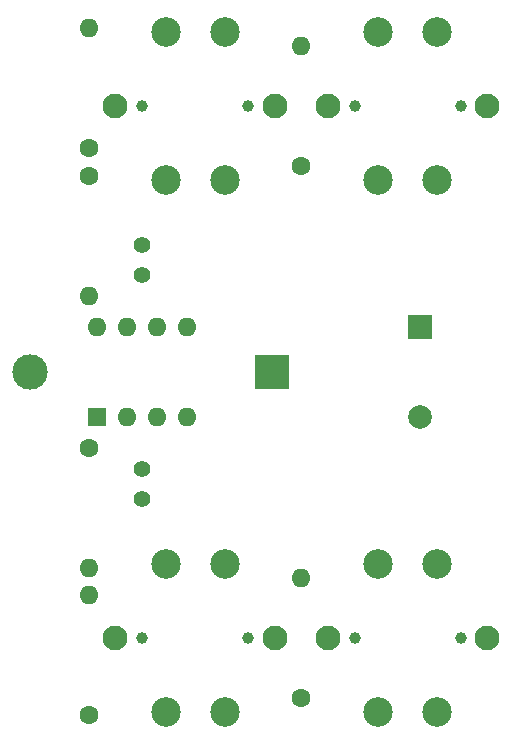
<source format=gbr>
%TF.GenerationSoftware,KiCad,Pcbnew,8.0.6-8.0.6-0~ubuntu20.04.1*%
%TF.CreationDate,2024-11-17T18:25:06+01:00*%
%TF.ProjectId,reaktor51_game,7265616b-746f-4723-9531-5f67616d652e,1*%
%TF.SameCoordinates,Original*%
%TF.FileFunction,Soldermask,Bot*%
%TF.FilePolarity,Negative*%
%FSLAX46Y46*%
G04 Gerber Fmt 4.6, Leading zero omitted, Abs format (unit mm)*
G04 Created by KiCad (PCBNEW 8.0.6-8.0.6-0~ubuntu20.04.1) date 2024-11-17 18:25:06*
%MOMM*%
%LPD*%
G01*
G04 APERTURE LIST*
%ADD10C,1.600000*%
%ADD11O,1.600000X1.600000*%
%ADD12R,1.600000X1.600000*%
%ADD13C,1.400000*%
%ADD14R,3.000000X3.000000*%
%ADD15C,3.000000*%
%ADD16C,1.000000*%
%ADD17C,2.500000*%
%ADD18C,2.100000*%
%ADD19R,2.000000X2.000000*%
%ADD20C,2.000000*%
G04 APERTURE END LIST*
D10*
%TO.C,R5*%
X137000000Y-80920000D03*
D11*
X137000000Y-91080000D03*
%TD*%
D12*
%TO.C,U1*%
X137700000Y-101300000D03*
D11*
X140240000Y-101300000D03*
X142780000Y-101300000D03*
X145320000Y-101300000D03*
X145320000Y-93680000D03*
X142780000Y-93680000D03*
X140240000Y-93680000D03*
X137700000Y-93680000D03*
%TD*%
D10*
%TO.C,R6*%
X137000000Y-103920000D03*
D11*
X137000000Y-114080000D03*
%TD*%
D10*
%TO.C,R1*%
X155000000Y-80080000D03*
D11*
X155000000Y-69920000D03*
%TD*%
D10*
%TO.C,R2*%
X137000000Y-78580000D03*
D11*
X137000000Y-68420000D03*
%TD*%
D10*
%TO.C,R3*%
X137000000Y-126580000D03*
D11*
X137000000Y-116420000D03*
%TD*%
D10*
%TO.C,R4*%
X155000000Y-125080000D03*
D11*
X155000000Y-114920000D03*
%TD*%
D13*
%TO.C,C1*%
X141500000Y-105750000D03*
X141500000Y-108250000D03*
%TD*%
%TO.C,C2*%
X141500000Y-86750000D03*
X141500000Y-89250000D03*
%TD*%
D14*
%TO.C,BT1*%
X152500000Y-97500000D03*
D15*
X132010000Y-97500000D03*
%TD*%
D16*
%TO.C,SW4*%
X159500000Y-120000000D03*
X168500000Y-120000000D03*
D17*
X161500000Y-126250000D03*
X161500000Y-113750000D03*
X166500000Y-126250000D03*
X166500000Y-113750000D03*
D18*
X157250000Y-120000000D03*
X170750000Y-120000000D03*
%TD*%
D16*
%TO.C,SW3*%
X141500000Y-120000000D03*
X150500000Y-120000000D03*
D17*
X143500000Y-126250000D03*
X143500000Y-113750000D03*
X148500000Y-126250000D03*
X148500000Y-113750000D03*
D18*
X139250000Y-120000000D03*
X152750000Y-120000000D03*
%TD*%
D16*
%TO.C,SW2*%
X141500000Y-75000000D03*
X150500000Y-75000000D03*
D17*
X143500000Y-81250000D03*
X143500000Y-68750000D03*
X148500000Y-81250000D03*
X148500000Y-68750000D03*
D18*
X139250000Y-75000000D03*
X152750000Y-75000000D03*
%TD*%
D16*
%TO.C,SW1*%
X159500000Y-75000000D03*
X168500000Y-75000000D03*
D17*
X161500000Y-81250000D03*
X161500000Y-68750000D03*
X166500000Y-81250000D03*
X166500000Y-68750000D03*
D18*
X157250000Y-75000000D03*
X170750000Y-75000000D03*
%TD*%
D19*
%TO.C,LS1*%
X165000000Y-93700000D03*
D20*
X165000000Y-101300000D03*
%TD*%
M02*

</source>
